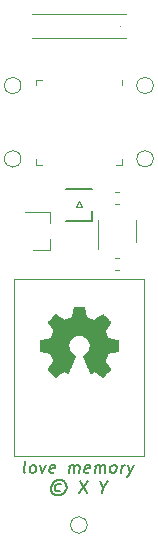
<source format=gbr>
G04 #@! TF.GenerationSoftware,KiCad,Pcbnew,5.1.5*
G04 #@! TF.CreationDate,2020-06-07T16:35:10+08:00*
G04 #@! TF.ProjectId,udisk,75646973-6b2e-46b6-9963-61645f706362,rev?*
G04 #@! TF.SameCoordinates,Original*
G04 #@! TF.FileFunction,Legend,Top*
G04 #@! TF.FilePolarity,Positive*
%FSLAX46Y46*%
G04 Gerber Fmt 4.6, Leading zero omitted, Abs format (unit mm)*
G04 Created by KiCad (PCBNEW 5.1.5) date 2020-06-07 16:35:10*
%MOMM*%
%LPD*%
G04 APERTURE LIST*
%ADD10C,0.200000*%
%ADD11C,0.010000*%
%ADD12C,0.120000*%
%ADD13C,0.100000*%
%ADD14C,0.150000*%
G04 APERTURE END LIST*
D10*
X129417380Y-71802380D02*
X129328095Y-71754761D01*
X129292380Y-71659523D01*
X129399523Y-70802380D01*
X129941190Y-71802380D02*
X129851904Y-71754761D01*
X129810238Y-71707142D01*
X129774523Y-71611904D01*
X129810238Y-71326190D01*
X129869761Y-71230952D01*
X129923333Y-71183333D01*
X130024523Y-71135714D01*
X130167380Y-71135714D01*
X130256666Y-71183333D01*
X130298333Y-71230952D01*
X130334047Y-71326190D01*
X130298333Y-71611904D01*
X130238809Y-71707142D01*
X130185238Y-71754761D01*
X130084047Y-71802380D01*
X129941190Y-71802380D01*
X130691190Y-71135714D02*
X130845952Y-71802380D01*
X131167380Y-71135714D01*
X131851904Y-71754761D02*
X131750714Y-71802380D01*
X131560238Y-71802380D01*
X131470952Y-71754761D01*
X131435238Y-71659523D01*
X131482857Y-71278571D01*
X131542380Y-71183333D01*
X131643571Y-71135714D01*
X131834047Y-71135714D01*
X131923333Y-71183333D01*
X131959047Y-71278571D01*
X131947142Y-71373809D01*
X131459047Y-71469047D01*
X133084047Y-71802380D02*
X133167380Y-71135714D01*
X133155476Y-71230952D02*
X133209047Y-71183333D01*
X133310238Y-71135714D01*
X133453095Y-71135714D01*
X133542380Y-71183333D01*
X133578095Y-71278571D01*
X133512619Y-71802380D01*
X133578095Y-71278571D02*
X133637619Y-71183333D01*
X133738809Y-71135714D01*
X133881666Y-71135714D01*
X133970952Y-71183333D01*
X134006666Y-71278571D01*
X133941190Y-71802380D01*
X134804285Y-71754761D02*
X134703095Y-71802380D01*
X134512619Y-71802380D01*
X134423333Y-71754761D01*
X134387619Y-71659523D01*
X134435238Y-71278571D01*
X134494761Y-71183333D01*
X134595952Y-71135714D01*
X134786428Y-71135714D01*
X134875714Y-71183333D01*
X134911428Y-71278571D01*
X134899523Y-71373809D01*
X134411428Y-71469047D01*
X135274523Y-71802380D02*
X135357857Y-71135714D01*
X135345952Y-71230952D02*
X135399523Y-71183333D01*
X135500714Y-71135714D01*
X135643571Y-71135714D01*
X135732857Y-71183333D01*
X135768571Y-71278571D01*
X135703095Y-71802380D01*
X135768571Y-71278571D02*
X135828095Y-71183333D01*
X135929285Y-71135714D01*
X136072142Y-71135714D01*
X136161428Y-71183333D01*
X136197142Y-71278571D01*
X136131666Y-71802380D01*
X136750714Y-71802380D02*
X136661428Y-71754761D01*
X136619761Y-71707142D01*
X136584047Y-71611904D01*
X136619761Y-71326190D01*
X136679285Y-71230952D01*
X136732857Y-71183333D01*
X136834047Y-71135714D01*
X136976904Y-71135714D01*
X137066190Y-71183333D01*
X137107857Y-71230952D01*
X137143571Y-71326190D01*
X137107857Y-71611904D01*
X137048333Y-71707142D01*
X136994761Y-71754761D01*
X136893571Y-71802380D01*
X136750714Y-71802380D01*
X137512619Y-71802380D02*
X137595952Y-71135714D01*
X137572142Y-71326190D02*
X137631666Y-71230952D01*
X137685238Y-71183333D01*
X137786428Y-71135714D01*
X137881666Y-71135714D01*
X138119761Y-71135714D02*
X138274523Y-71802380D01*
X138595952Y-71135714D02*
X138274523Y-71802380D01*
X138149523Y-72040476D01*
X138095952Y-72088095D01*
X137994761Y-72135714D01*
X132465000Y-72740476D02*
X132375714Y-72692857D01*
X132185238Y-72692857D01*
X132084047Y-72740476D01*
X131976904Y-72835714D01*
X131917380Y-72930952D01*
X131893571Y-73121428D01*
X131929285Y-73216666D01*
X132012619Y-73311904D01*
X132101904Y-73359523D01*
X132292380Y-73359523D01*
X132393571Y-73311904D01*
X132322142Y-72359523D02*
X132078095Y-72407142D01*
X131822142Y-72550000D01*
X131649523Y-72788095D01*
X131572142Y-73026190D01*
X131590000Y-73264285D01*
X131703095Y-73502380D01*
X131923333Y-73645238D01*
X132155476Y-73692857D01*
X132399523Y-73645238D01*
X132655476Y-73502380D01*
X132828095Y-73264285D01*
X132905476Y-73026190D01*
X132887619Y-72788095D01*
X132774523Y-72550000D01*
X132554285Y-72407142D01*
X132322142Y-72359523D01*
X134066190Y-72502380D02*
X134607857Y-73502380D01*
X134732857Y-72502380D02*
X133941190Y-73502380D01*
X136000714Y-73026190D02*
X135941190Y-73502380D01*
X135732857Y-72502380D02*
X136000714Y-73026190D01*
X136399523Y-72502380D01*
D11*
G36*
X134505814Y-58168931D02*
G01*
X134589635Y-58613555D01*
X134898920Y-58741053D01*
X135208206Y-58868551D01*
X135579246Y-58616246D01*
X135683157Y-58545996D01*
X135777087Y-58483272D01*
X135856652Y-58430938D01*
X135917470Y-58391857D01*
X135955157Y-58368893D01*
X135965421Y-58363942D01*
X135983910Y-58376676D01*
X136023420Y-58411882D01*
X136079522Y-58465062D01*
X136147787Y-58531718D01*
X136223786Y-58607354D01*
X136303092Y-58687472D01*
X136381275Y-58767574D01*
X136453907Y-58843164D01*
X136516559Y-58909745D01*
X136564803Y-58962818D01*
X136594210Y-58997887D01*
X136601241Y-59009623D01*
X136591123Y-59031260D01*
X136562759Y-59078662D01*
X136519129Y-59147193D01*
X136463218Y-59232215D01*
X136398006Y-59329093D01*
X136360219Y-59384350D01*
X136291343Y-59485248D01*
X136230140Y-59576299D01*
X136179578Y-59652970D01*
X136142628Y-59710728D01*
X136122258Y-59745043D01*
X136119197Y-59752254D01*
X136126136Y-59772748D01*
X136145051Y-59820513D01*
X136173087Y-59888832D01*
X136207391Y-59970989D01*
X136245109Y-60060270D01*
X136283387Y-60149958D01*
X136319370Y-60233338D01*
X136350206Y-60303694D01*
X136373039Y-60354310D01*
X136385017Y-60378471D01*
X136385724Y-60379422D01*
X136404531Y-60384036D01*
X136454618Y-60394328D01*
X136530793Y-60409287D01*
X136627865Y-60427901D01*
X136740643Y-60449159D01*
X136806442Y-60461418D01*
X136926950Y-60484362D01*
X137035797Y-60506195D01*
X137127476Y-60525722D01*
X137196481Y-60541748D01*
X137237304Y-60553079D01*
X137245511Y-60556674D01*
X137253548Y-60581006D01*
X137260033Y-60635959D01*
X137264970Y-60715108D01*
X137268364Y-60812026D01*
X137270218Y-60920287D01*
X137270538Y-61033465D01*
X137269327Y-61145135D01*
X137266590Y-61248868D01*
X137262331Y-61338241D01*
X137256555Y-61406826D01*
X137249267Y-61448197D01*
X137244895Y-61456810D01*
X137218764Y-61467133D01*
X137163393Y-61481892D01*
X137086107Y-61499352D01*
X136994230Y-61517780D01*
X136962158Y-61523741D01*
X136807524Y-61552066D01*
X136685375Y-61574876D01*
X136591673Y-61593080D01*
X136522384Y-61607583D01*
X136473471Y-61619292D01*
X136440897Y-61629115D01*
X136420628Y-61637956D01*
X136408626Y-61646724D01*
X136406947Y-61648457D01*
X136390184Y-61676371D01*
X136364614Y-61730695D01*
X136332788Y-61804777D01*
X136297260Y-61891965D01*
X136260583Y-61985608D01*
X136225311Y-62079052D01*
X136193996Y-62165647D01*
X136169193Y-62238740D01*
X136153454Y-62291678D01*
X136149332Y-62317811D01*
X136149676Y-62318726D01*
X136163641Y-62340086D01*
X136195322Y-62387084D01*
X136241391Y-62454827D01*
X136298518Y-62538423D01*
X136363373Y-62632982D01*
X136381843Y-62659854D01*
X136447699Y-62757275D01*
X136505650Y-62846163D01*
X136552538Y-62921412D01*
X136585207Y-62977920D01*
X136600500Y-63010581D01*
X136601241Y-63014593D01*
X136588392Y-63035684D01*
X136552888Y-63077464D01*
X136499293Y-63135445D01*
X136432171Y-63205135D01*
X136356087Y-63282045D01*
X136275604Y-63361683D01*
X136195287Y-63439561D01*
X136119699Y-63511186D01*
X136053405Y-63572070D01*
X136000969Y-63617721D01*
X135966955Y-63643650D01*
X135957545Y-63647883D01*
X135935643Y-63637912D01*
X135890800Y-63611020D01*
X135830321Y-63571736D01*
X135783789Y-63540117D01*
X135699475Y-63482098D01*
X135599626Y-63413784D01*
X135499473Y-63345579D01*
X135445627Y-63309075D01*
X135263371Y-63185800D01*
X135110381Y-63268520D01*
X135040682Y-63304759D01*
X134981414Y-63332926D01*
X134941311Y-63348991D01*
X134931103Y-63351226D01*
X134918829Y-63334722D01*
X134894613Y-63288082D01*
X134860263Y-63215609D01*
X134817588Y-63121606D01*
X134768394Y-63010374D01*
X134714490Y-62886215D01*
X134657684Y-62753432D01*
X134599782Y-62616327D01*
X134542593Y-62479202D01*
X134487924Y-62346358D01*
X134437584Y-62222098D01*
X134393380Y-62110725D01*
X134357119Y-62016539D01*
X134330609Y-61943844D01*
X134315658Y-61896941D01*
X134313254Y-61880833D01*
X134332311Y-61860286D01*
X134374036Y-61826933D01*
X134429706Y-61787702D01*
X134434378Y-61784599D01*
X134578264Y-61669423D01*
X134694283Y-61535053D01*
X134781430Y-61385784D01*
X134838699Y-61225913D01*
X134865086Y-61059737D01*
X134859585Y-60891552D01*
X134821190Y-60725655D01*
X134748895Y-60566342D01*
X134727626Y-60531487D01*
X134616996Y-60390737D01*
X134486302Y-60277714D01*
X134340064Y-60193003D01*
X134182808Y-60137194D01*
X134019057Y-60110874D01*
X133853333Y-60114630D01*
X133690162Y-60149050D01*
X133534065Y-60214723D01*
X133389567Y-60312235D01*
X133344869Y-60351813D01*
X133231112Y-60475703D01*
X133148218Y-60606124D01*
X133091356Y-60752315D01*
X133059687Y-60897088D01*
X133051869Y-61059860D01*
X133077938Y-61223440D01*
X133135245Y-61382298D01*
X133221144Y-61530906D01*
X133332986Y-61663735D01*
X133468123Y-61775256D01*
X133485883Y-61787011D01*
X133542150Y-61825508D01*
X133584923Y-61858863D01*
X133605372Y-61880160D01*
X133605669Y-61880833D01*
X133601279Y-61903871D01*
X133583876Y-61956157D01*
X133555268Y-62033390D01*
X133517265Y-62131268D01*
X133471674Y-62245491D01*
X133420303Y-62371758D01*
X133364962Y-62505767D01*
X133307458Y-62643218D01*
X133249601Y-62779808D01*
X133193198Y-62911237D01*
X133140058Y-63033205D01*
X133091990Y-63141409D01*
X133050801Y-63231549D01*
X133018301Y-63299323D01*
X132996297Y-63340430D01*
X132987436Y-63351226D01*
X132960360Y-63342819D01*
X132909697Y-63320272D01*
X132844183Y-63287613D01*
X132808159Y-63268520D01*
X132655168Y-63185800D01*
X132472912Y-63309075D01*
X132379875Y-63372228D01*
X132278015Y-63441727D01*
X132182562Y-63507165D01*
X132134750Y-63540117D01*
X132067505Y-63585273D01*
X132010564Y-63621057D01*
X131971354Y-63642938D01*
X131958619Y-63647563D01*
X131940083Y-63635085D01*
X131899059Y-63600252D01*
X131839525Y-63546678D01*
X131765458Y-63477983D01*
X131680835Y-63397781D01*
X131627315Y-63346286D01*
X131533681Y-63254286D01*
X131452759Y-63171999D01*
X131387823Y-63102945D01*
X131342142Y-63050644D01*
X131318989Y-63018616D01*
X131316768Y-63012116D01*
X131327076Y-62987394D01*
X131355561Y-62937405D01*
X131399063Y-62867212D01*
X131454423Y-62781875D01*
X131518480Y-62686456D01*
X131536697Y-62659854D01*
X131603073Y-62563167D01*
X131662622Y-62476117D01*
X131712016Y-62403595D01*
X131747925Y-62350493D01*
X131767019Y-62321703D01*
X131768864Y-62318726D01*
X131766105Y-62295782D01*
X131751462Y-62245336D01*
X131727487Y-62174041D01*
X131696734Y-62088547D01*
X131661756Y-61995507D01*
X131625107Y-61901574D01*
X131589339Y-61813399D01*
X131557006Y-61737634D01*
X131530662Y-61680931D01*
X131512858Y-61649943D01*
X131511593Y-61648457D01*
X131500706Y-61639601D01*
X131482318Y-61630843D01*
X131452394Y-61621277D01*
X131406897Y-61609996D01*
X131341791Y-61596093D01*
X131253039Y-61578663D01*
X131136607Y-61556798D01*
X130988458Y-61529591D01*
X130956382Y-61523741D01*
X130861314Y-61505374D01*
X130778435Y-61487405D01*
X130715070Y-61471569D01*
X130678542Y-61459600D01*
X130673644Y-61456810D01*
X130665573Y-61432072D01*
X130659013Y-61376790D01*
X130653967Y-61297389D01*
X130650441Y-61200296D01*
X130648439Y-61091938D01*
X130647964Y-60978740D01*
X130649023Y-60867128D01*
X130651618Y-60763529D01*
X130655754Y-60674368D01*
X130661437Y-60606072D01*
X130668669Y-60565066D01*
X130673029Y-60556674D01*
X130697302Y-60548208D01*
X130752574Y-60534435D01*
X130833338Y-60516550D01*
X130934088Y-60495748D01*
X131049317Y-60473223D01*
X131112098Y-60461418D01*
X131231213Y-60439151D01*
X131337435Y-60418979D01*
X131425573Y-60401915D01*
X131490434Y-60388969D01*
X131526826Y-60381155D01*
X131532816Y-60379422D01*
X131542939Y-60359890D01*
X131564338Y-60312843D01*
X131594161Y-60245003D01*
X131629555Y-60163091D01*
X131667668Y-60073828D01*
X131705647Y-59983935D01*
X131740640Y-59900135D01*
X131769794Y-59829147D01*
X131790257Y-59777694D01*
X131799177Y-59752497D01*
X131799343Y-59751396D01*
X131789231Y-59731519D01*
X131760883Y-59685777D01*
X131717277Y-59618717D01*
X131661394Y-59534884D01*
X131596213Y-59438826D01*
X131558321Y-59383650D01*
X131489275Y-59282481D01*
X131427950Y-59190630D01*
X131377337Y-59112744D01*
X131340429Y-59053469D01*
X131320218Y-59017451D01*
X131317299Y-59009377D01*
X131329847Y-58990584D01*
X131364537Y-58950457D01*
X131416937Y-58893493D01*
X131482616Y-58824185D01*
X131557144Y-58747031D01*
X131636087Y-58666525D01*
X131715017Y-58587163D01*
X131789500Y-58513440D01*
X131855106Y-58449852D01*
X131907404Y-58400894D01*
X131941961Y-58371061D01*
X131953522Y-58363942D01*
X131972346Y-58373953D01*
X132017369Y-58402078D01*
X132084213Y-58445454D01*
X132168501Y-58501218D01*
X132265856Y-58566506D01*
X132339293Y-58616246D01*
X132710333Y-58868551D01*
X133328905Y-58613555D01*
X133412725Y-58168931D01*
X133496546Y-57724307D01*
X134421994Y-57724307D01*
X134505814Y-58168931D01*
G37*
X134505814Y-58168931D02*
X134589635Y-58613555D01*
X134898920Y-58741053D01*
X135208206Y-58868551D01*
X135579246Y-58616246D01*
X135683157Y-58545996D01*
X135777087Y-58483272D01*
X135856652Y-58430938D01*
X135917470Y-58391857D01*
X135955157Y-58368893D01*
X135965421Y-58363942D01*
X135983910Y-58376676D01*
X136023420Y-58411882D01*
X136079522Y-58465062D01*
X136147787Y-58531718D01*
X136223786Y-58607354D01*
X136303092Y-58687472D01*
X136381275Y-58767574D01*
X136453907Y-58843164D01*
X136516559Y-58909745D01*
X136564803Y-58962818D01*
X136594210Y-58997887D01*
X136601241Y-59009623D01*
X136591123Y-59031260D01*
X136562759Y-59078662D01*
X136519129Y-59147193D01*
X136463218Y-59232215D01*
X136398006Y-59329093D01*
X136360219Y-59384350D01*
X136291343Y-59485248D01*
X136230140Y-59576299D01*
X136179578Y-59652970D01*
X136142628Y-59710728D01*
X136122258Y-59745043D01*
X136119197Y-59752254D01*
X136126136Y-59772748D01*
X136145051Y-59820513D01*
X136173087Y-59888832D01*
X136207391Y-59970989D01*
X136245109Y-60060270D01*
X136283387Y-60149958D01*
X136319370Y-60233338D01*
X136350206Y-60303694D01*
X136373039Y-60354310D01*
X136385017Y-60378471D01*
X136385724Y-60379422D01*
X136404531Y-60384036D01*
X136454618Y-60394328D01*
X136530793Y-60409287D01*
X136627865Y-60427901D01*
X136740643Y-60449159D01*
X136806442Y-60461418D01*
X136926950Y-60484362D01*
X137035797Y-60506195D01*
X137127476Y-60525722D01*
X137196481Y-60541748D01*
X137237304Y-60553079D01*
X137245511Y-60556674D01*
X137253548Y-60581006D01*
X137260033Y-60635959D01*
X137264970Y-60715108D01*
X137268364Y-60812026D01*
X137270218Y-60920287D01*
X137270538Y-61033465D01*
X137269327Y-61145135D01*
X137266590Y-61248868D01*
X137262331Y-61338241D01*
X137256555Y-61406826D01*
X137249267Y-61448197D01*
X137244895Y-61456810D01*
X137218764Y-61467133D01*
X137163393Y-61481892D01*
X137086107Y-61499352D01*
X136994230Y-61517780D01*
X136962158Y-61523741D01*
X136807524Y-61552066D01*
X136685375Y-61574876D01*
X136591673Y-61593080D01*
X136522384Y-61607583D01*
X136473471Y-61619292D01*
X136440897Y-61629115D01*
X136420628Y-61637956D01*
X136408626Y-61646724D01*
X136406947Y-61648457D01*
X136390184Y-61676371D01*
X136364614Y-61730695D01*
X136332788Y-61804777D01*
X136297260Y-61891965D01*
X136260583Y-61985608D01*
X136225311Y-62079052D01*
X136193996Y-62165647D01*
X136169193Y-62238740D01*
X136153454Y-62291678D01*
X136149332Y-62317811D01*
X136149676Y-62318726D01*
X136163641Y-62340086D01*
X136195322Y-62387084D01*
X136241391Y-62454827D01*
X136298518Y-62538423D01*
X136363373Y-62632982D01*
X136381843Y-62659854D01*
X136447699Y-62757275D01*
X136505650Y-62846163D01*
X136552538Y-62921412D01*
X136585207Y-62977920D01*
X136600500Y-63010581D01*
X136601241Y-63014593D01*
X136588392Y-63035684D01*
X136552888Y-63077464D01*
X136499293Y-63135445D01*
X136432171Y-63205135D01*
X136356087Y-63282045D01*
X136275604Y-63361683D01*
X136195287Y-63439561D01*
X136119699Y-63511186D01*
X136053405Y-63572070D01*
X136000969Y-63617721D01*
X135966955Y-63643650D01*
X135957545Y-63647883D01*
X135935643Y-63637912D01*
X135890800Y-63611020D01*
X135830321Y-63571736D01*
X135783789Y-63540117D01*
X135699475Y-63482098D01*
X135599626Y-63413784D01*
X135499473Y-63345579D01*
X135445627Y-63309075D01*
X135263371Y-63185800D01*
X135110381Y-63268520D01*
X135040682Y-63304759D01*
X134981414Y-63332926D01*
X134941311Y-63348991D01*
X134931103Y-63351226D01*
X134918829Y-63334722D01*
X134894613Y-63288082D01*
X134860263Y-63215609D01*
X134817588Y-63121606D01*
X134768394Y-63010374D01*
X134714490Y-62886215D01*
X134657684Y-62753432D01*
X134599782Y-62616327D01*
X134542593Y-62479202D01*
X134487924Y-62346358D01*
X134437584Y-62222098D01*
X134393380Y-62110725D01*
X134357119Y-62016539D01*
X134330609Y-61943844D01*
X134315658Y-61896941D01*
X134313254Y-61880833D01*
X134332311Y-61860286D01*
X134374036Y-61826933D01*
X134429706Y-61787702D01*
X134434378Y-61784599D01*
X134578264Y-61669423D01*
X134694283Y-61535053D01*
X134781430Y-61385784D01*
X134838699Y-61225913D01*
X134865086Y-61059737D01*
X134859585Y-60891552D01*
X134821190Y-60725655D01*
X134748895Y-60566342D01*
X134727626Y-60531487D01*
X134616996Y-60390737D01*
X134486302Y-60277714D01*
X134340064Y-60193003D01*
X134182808Y-60137194D01*
X134019057Y-60110874D01*
X133853333Y-60114630D01*
X133690162Y-60149050D01*
X133534065Y-60214723D01*
X133389567Y-60312235D01*
X133344869Y-60351813D01*
X133231112Y-60475703D01*
X133148218Y-60606124D01*
X133091356Y-60752315D01*
X133059687Y-60897088D01*
X133051869Y-61059860D01*
X133077938Y-61223440D01*
X133135245Y-61382298D01*
X133221144Y-61530906D01*
X133332986Y-61663735D01*
X133468123Y-61775256D01*
X133485883Y-61787011D01*
X133542150Y-61825508D01*
X133584923Y-61858863D01*
X133605372Y-61880160D01*
X133605669Y-61880833D01*
X133601279Y-61903871D01*
X133583876Y-61956157D01*
X133555268Y-62033390D01*
X133517265Y-62131268D01*
X133471674Y-62245491D01*
X133420303Y-62371758D01*
X133364962Y-62505767D01*
X133307458Y-62643218D01*
X133249601Y-62779808D01*
X133193198Y-62911237D01*
X133140058Y-63033205D01*
X133091990Y-63141409D01*
X133050801Y-63231549D01*
X133018301Y-63299323D01*
X132996297Y-63340430D01*
X132987436Y-63351226D01*
X132960360Y-63342819D01*
X132909697Y-63320272D01*
X132844183Y-63287613D01*
X132808159Y-63268520D01*
X132655168Y-63185800D01*
X132472912Y-63309075D01*
X132379875Y-63372228D01*
X132278015Y-63441727D01*
X132182562Y-63507165D01*
X132134750Y-63540117D01*
X132067505Y-63585273D01*
X132010564Y-63621057D01*
X131971354Y-63642938D01*
X131958619Y-63647563D01*
X131940083Y-63635085D01*
X131899059Y-63600252D01*
X131839525Y-63546678D01*
X131765458Y-63477983D01*
X131680835Y-63397781D01*
X131627315Y-63346286D01*
X131533681Y-63254286D01*
X131452759Y-63171999D01*
X131387823Y-63102945D01*
X131342142Y-63050644D01*
X131318989Y-63018616D01*
X131316768Y-63012116D01*
X131327076Y-62987394D01*
X131355561Y-62937405D01*
X131399063Y-62867212D01*
X131454423Y-62781875D01*
X131518480Y-62686456D01*
X131536697Y-62659854D01*
X131603073Y-62563167D01*
X131662622Y-62476117D01*
X131712016Y-62403595D01*
X131747925Y-62350493D01*
X131767019Y-62321703D01*
X131768864Y-62318726D01*
X131766105Y-62295782D01*
X131751462Y-62245336D01*
X131727487Y-62174041D01*
X131696734Y-62088547D01*
X131661756Y-61995507D01*
X131625107Y-61901574D01*
X131589339Y-61813399D01*
X131557006Y-61737634D01*
X131530662Y-61680931D01*
X131512858Y-61649943D01*
X131511593Y-61648457D01*
X131500706Y-61639601D01*
X131482318Y-61630843D01*
X131452394Y-61621277D01*
X131406897Y-61609996D01*
X131341791Y-61596093D01*
X131253039Y-61578663D01*
X131136607Y-61556798D01*
X130988458Y-61529591D01*
X130956382Y-61523741D01*
X130861314Y-61505374D01*
X130778435Y-61487405D01*
X130715070Y-61471569D01*
X130678542Y-61459600D01*
X130673644Y-61456810D01*
X130665573Y-61432072D01*
X130659013Y-61376790D01*
X130653967Y-61297389D01*
X130650441Y-61200296D01*
X130648439Y-61091938D01*
X130647964Y-60978740D01*
X130649023Y-60867128D01*
X130651618Y-60763529D01*
X130655754Y-60674368D01*
X130661437Y-60606072D01*
X130668669Y-60565066D01*
X130673029Y-60556674D01*
X130697302Y-60548208D01*
X130752574Y-60534435D01*
X130833338Y-60516550D01*
X130934088Y-60495748D01*
X131049317Y-60473223D01*
X131112098Y-60461418D01*
X131231213Y-60439151D01*
X131337435Y-60418979D01*
X131425573Y-60401915D01*
X131490434Y-60388969D01*
X131526826Y-60381155D01*
X131532816Y-60379422D01*
X131542939Y-60359890D01*
X131564338Y-60312843D01*
X131594161Y-60245003D01*
X131629555Y-60163091D01*
X131667668Y-60073828D01*
X131705647Y-59983935D01*
X131740640Y-59900135D01*
X131769794Y-59829147D01*
X131790257Y-59777694D01*
X131799177Y-59752497D01*
X131799343Y-59751396D01*
X131789231Y-59731519D01*
X131760883Y-59685777D01*
X131717277Y-59618717D01*
X131661394Y-59534884D01*
X131596213Y-59438826D01*
X131558321Y-59383650D01*
X131489275Y-59282481D01*
X131427950Y-59190630D01*
X131377337Y-59112744D01*
X131340429Y-59053469D01*
X131320218Y-59017451D01*
X131317299Y-59009377D01*
X131329847Y-58990584D01*
X131364537Y-58950457D01*
X131416937Y-58893493D01*
X131482616Y-58824185D01*
X131557144Y-58747031D01*
X131636087Y-58666525D01*
X131715017Y-58587163D01*
X131789500Y-58513440D01*
X131855106Y-58449852D01*
X131907404Y-58400894D01*
X131941961Y-58371061D01*
X131953522Y-58363942D01*
X131972346Y-58373953D01*
X132017369Y-58402078D01*
X132084213Y-58445454D01*
X132168501Y-58501218D01*
X132265856Y-58566506D01*
X132339293Y-58616246D01*
X132710333Y-58868551D01*
X133328905Y-58613555D01*
X133412725Y-58168931D01*
X133496546Y-57724307D01*
X134421994Y-57724307D01*
X134505814Y-58168931D01*
D12*
X134650000Y-76200000D02*
G75*
G03X134650000Y-76200000I-700000J0D01*
G01*
D13*
X133690000Y-49240000D02*
X133940000Y-48800000D01*
X134190000Y-49240000D02*
X133690000Y-49240000D01*
X133940000Y-48800000D02*
X134190000Y-49240000D01*
D14*
X135050000Y-49630000D02*
X135050000Y-50430000D01*
X132850000Y-47730000D02*
X135050000Y-47730000D01*
X132850000Y-50430000D02*
X135050000Y-50430000D01*
D12*
X136987221Y-54610000D02*
X137312779Y-54610000D01*
X136987221Y-53590000D02*
X137312779Y-53590000D01*
X136987221Y-49010000D02*
X137312779Y-49010000D01*
X136987221Y-47990000D02*
X137312779Y-47990000D01*
X131510000Y-52880000D02*
X130050000Y-52880000D01*
X131510000Y-49720000D02*
X129350000Y-49720000D01*
X131510000Y-49720000D02*
X131510000Y-50650000D01*
X131510000Y-52880000D02*
X131510000Y-51950000D01*
X135540000Y-50400000D02*
X135540000Y-52850000D01*
X138760000Y-52200000D02*
X138760000Y-50400000D01*
X137560000Y-38965000D02*
X137560000Y-38490000D01*
X130340000Y-45710000D02*
X130815000Y-45710000D01*
X130340000Y-45235000D02*
X130340000Y-45710000D01*
X130340000Y-38490000D02*
X130815000Y-38490000D01*
X130340000Y-38965000D02*
X130340000Y-38490000D01*
X137560000Y-45710000D02*
X137085000Y-45710000D01*
X137560000Y-45235000D02*
X137560000Y-45710000D01*
X140250000Y-39000000D02*
G75*
G03X140250000Y-39000000I-700000J0D01*
G01*
X140250000Y-45200000D02*
G75*
G03X140250000Y-45200000I-700000J0D01*
G01*
X129050000Y-39000000D02*
G75*
G03X129050000Y-39000000I-700000J0D01*
G01*
X129050000Y-45200000D02*
G75*
G03X129050000Y-45200000I-700000J0D01*
G01*
X128450000Y-55400000D02*
X139450000Y-55400000D01*
X139450000Y-70400000D02*
X139450000Y-55400000D01*
X128450000Y-70400000D02*
X139450000Y-70400000D01*
X128450000Y-55400000D02*
X128450000Y-70400000D01*
X137460391Y-33988898D02*
G75*
G02X137460001Y-33990001I29609J-11102D01*
G01*
X137900000Y-32900000D02*
X130000000Y-32900000D01*
X137900000Y-35000000D02*
X130000000Y-35000000D01*
M02*

</source>
